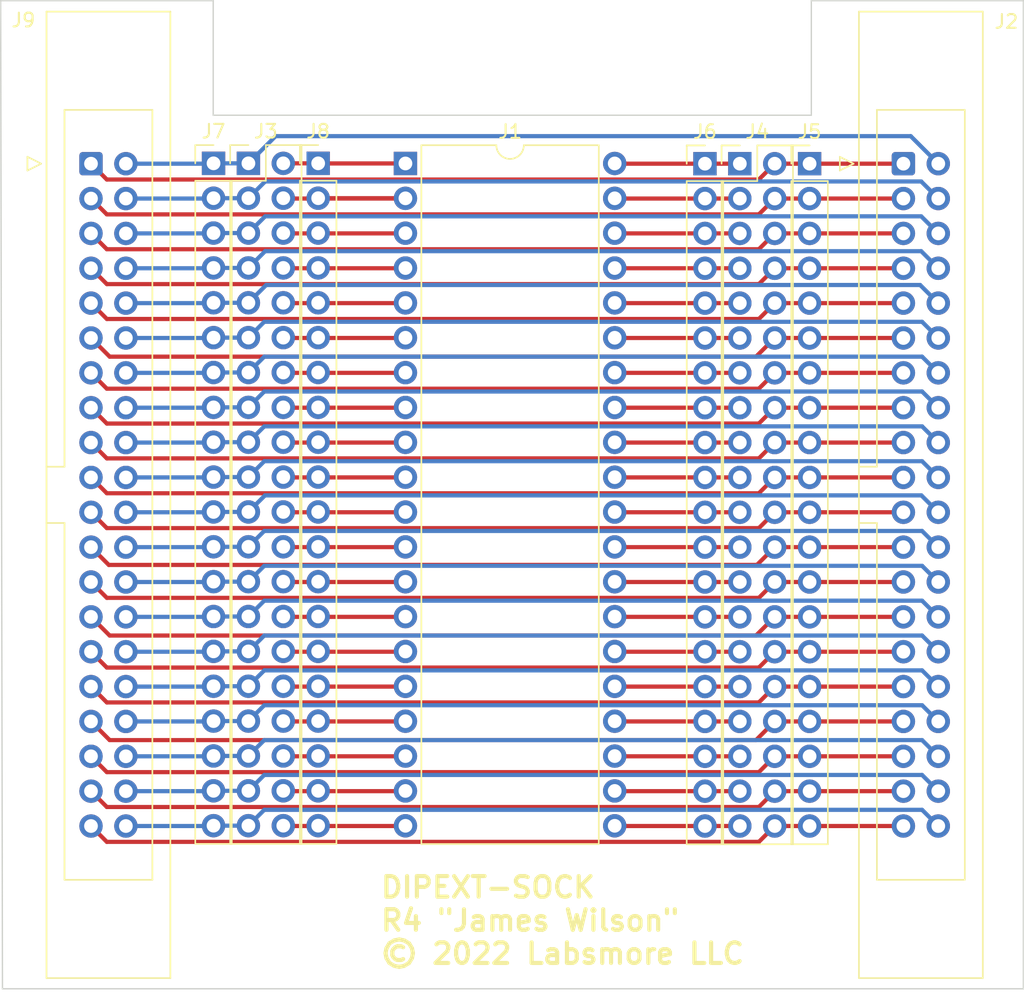
<source format=kicad_pcb>
(kicad_pcb (version 20211014) (generator pcbnew)
  (layers (0 "F.Cu" signal) (31 "B.Cu" signal) (34 "B.Paste" user) (35 "F.Paste" user) (36 "B.SilkS" user "B.Silkscreen") (37 "F.SilkS" user "F.Silkscreen") (38 "B.Mask" user) (39 "F.Mask" user) (44 "Edge.Cuts" user))
  (net 0 "")
  (net 1 "/P1")
  (net 2 "/P21")
  (net 3 "/P2")
  (net 4 "/P22")
  (net 5 "/P3")
  (net 6 "/P23")
  (net 7 "/P4")
  (net 8 "/P24")
  (net 9 "/P5")
  (net 10 "/P25")
  (net 11 "/P6")
  (net 12 "/P26")
  (net 13 "/P7")
  (net 14 "/P27")
  (net 15 "/P8")
  (net 16 "/P28")
  (net 17 "/P9")
  (net 18 "/P29")
  (net 19 "/P10")
  (net 20 "/P30")
  (net 21 "/P11")
  (net 22 "/P31")
  (net 23 "/P12")
  (net 24 "/P32")
  (net 25 "/P13")
  (net 26 "/P33")
  (net 27 "/P14")
  (net 28 "/P34")
  (net 29 "/P15")
  (net 30 "/P35")
  (net 31 "/P16")
  (net 32 "/P36")
  (net 33 "/P17")
  (net 34 "/P37")
  (net 35 "/P18")
  (net 36 "/P38")
  (net 37 "/P19")
  (net 38 "/P39")
  (net 39 "/P20")
  (net 40 "/P40")
  (net 41 "Net-(J1-Pad1)")
  (net 42 "Net-(J1-Pad21)")
  (net 43 "Net-(J1-Pad2)")
  (net 44 "Net-(J1-Pad22)")
  (net 45 "Net-(J1-Pad3)")
  (net 46 "Net-(J1-Pad23)")
  (net 47 "Net-(J1-Pad4)")
  (net 48 "Net-(J1-Pad24)")
  (net 49 "Net-(J1-Pad5)")
  (net 50 "Net-(J1-Pad25)")
  (net 51 "Net-(J1-Pad6)")
  (net 52 "Net-(J1-Pad26)")
  (net 53 "Net-(J1-Pad7)")
  (net 54 "Net-(J1-Pad27)")
  (net 55 "Net-(J1-Pad8)")
  (net 56 "Net-(J1-Pad28)")
  (net 57 "Net-(J1-Pad9)")
  (net 58 "Net-(J1-Pad29)")
  (net 59 "Net-(J1-Pad10)")
  (net 60 "Net-(J1-Pad30)")
  (net 61 "Net-(J1-Pad11)")
  (net 62 "Net-(J1-Pad31)")
  (net 63 "Net-(J1-Pad12)")
  (net 64 "Net-(J1-Pad32)")
  (net 65 "Net-(J1-Pad13)")
  (net 66 "Net-(J1-Pad33)")
  (net 67 "Net-(J1-Pad14)")
  (net 68 "Net-(J1-Pad34)")
  (net 69 "Net-(J1-Pad15)")
  (net 70 "Net-(J1-Pad35)")
  (net 71 "Net-(J1-Pad16)")
  (net 72 "Net-(J1-Pad36)")
  (net 73 "Net-(J1-Pad17)")
  (net 74 "Net-(J1-Pad37)")
  (net 75 "Net-(J1-Pad18)")
  (net 76 "Net-(J1-Pad38)")
  (net 77 "Net-(J1-Pad19)")
  (net 78 "Net-(J1-Pad39)")
  (net 79 "Net-(J1-Pad20)")
  (net 80 "Net-(J1-Pad40)")
  (footprint "mylib:mydip40" (layer "F.Cu") (at 73.37 102.32)
    (fp_text reference "J1")
    (fp_text value "ZIF")
  )
  (footprint "Connector_IDC:IDC-Header_2x20_P2.54mm_Latch_Vertical" (layer "F.Cu") (at 93.065599 46.456601)
    (fp_text reference "J2")
    (fp_text value "IDC40")
  )
  (footprint "Pin_Headers:Pin_Header_Straight_2x20_Pitch2.54mm" (layer "F.Cu") (at 45.364399 46.431201)
    (fp_text reference "J3")
    (fp_text value "Conn_02x20_Odd_Even")
  )
  (footprint "Pin_Headers:Pin_Header_Straight_2x20_Pitch2.54mm" (layer "F.Cu") (at 81.152999 46.456601)
    (fp_text reference "J4")
    (fp_text value "Conn_02x20_Odd_Even")
  )
  (footprint "Connector_PinHeader_2.54mm:PinHeader_1x20_P2.54mm_Vertical" (layer "F.Cu") (at 50.444199 46.431201)
    (fp_text reference "J8")
    (fp_text value "01x20")
  )
  (footprint "Connector_PinHeader_2.54mm:PinHeader_1x20_P2.54mm_Vertical" (layer "F.Cu") (at 78.613399 46.456601)
    (fp_text reference "J6")
    (fp_text value "01x20")
  )
  (footprint "Connector_IDC:IDC-Header_2x20_P2.54mm_Latch_Vertical" (layer "F.Cu") (at 33.9 46.456601)
    (fp_text reference "J9")
    (fp_text value "IDC40")
  )
  (footprint "Connector_PinHeader_2.54mm:PinHeader_1x20_P2.54mm_Vertical" (layer "F.Cu") (at 42.824399 46.431201)
    (fp_text reference "J7")
    (fp_text value "01x20")
  )
  (footprint "Connector_PinHeader_2.54mm:PinHeader_1x20_P2.54mm_Vertical" (layer "F.Cu") (at 86.232599 46.456601)
    (fp_text reference "J5")
    (fp_text value "01x20")
  )
  (gr_line (start 42.8 42.926) (end 42.8 34.58) (layer "Edge.Cuts") (width 0.1))
  (gr_line (start 86.36 34.58) (end 101.8 34.58) (layer "Edge.Cuts") (width 0.1))
  (gr_line (start 86.36 42.926) (end 86.36 34.58) (layer "Edge.Cuts") (width 0.1))
  (gr_line (start 27.323 34.58) (end 27.453 106.576) (layer "Edge.Cuts") (width 0.1))
  (gr_line (start 42.8 42.926) (end 86.36 42.926) (layer "Edge.Cuts") (width 0.1))
  (gr_line (start 101.8 106.576) (end 27.453 106.576) (layer "Edge.Cuts") (width 0.1))
  (gr_line (start 101.8 106.576) (end 101.8 34.58) (layer "Edge.Cuts") (width 0.1))
  (gr_line (start 27.323 34.58) (end 42.8 34.58) (layer "Edge.Cuts") (width 0.1))
  (gr_text "DIPEXT-SOCK\nR4 {dblquote}James Wilson{dblquote}\n© 2022 Labsmore LLC" (at 54.864 101.6) (layer "F.SilkS") (effects (font (size 1.5 1.5) (thickness 0.3)) (justify left)))
  (segment (start 42.824399 46.431201) (end 45.364399 46.431201) (width 0.3048) (layer "B.Cu") (net 1))
  (segment (start 93.598998 44.45) (end 47.3456 44.45) (width 0.3048) (layer "B.Cu") (net 1))
  (segment (start 47.3456 44.45) (end 45.364399 46.431201) (width 0.3048) (layer "B.Cu") (net 1))
  (segment (start 42.798999 46.456601) (end 42.824399 46.431201) (width 0.3048) (layer "B.Cu") (net 1))
  (segment (start 95.605599 46.456601) (end 93.598998 44.45) (width 0.3048) (layer "B.Cu") (net 1))
  (segment (start 36.44 46.456601) (end 42.798999 46.456601) (width 0.3048) (layer "B.Cu") (net 1))
  (segment (start 83.692999 94.716601) (end 93.065599 94.716601) (width 0.3048) (layer "F.Cu") (net 2))
  (segment (start 82.538688 95.870912) (end 83.692999 94.716601) (width 0.3048) (layer "F.Cu") (net 2))
  (segment (start 35.054311 95.870912) (end 82.538688 95.870912) (width 0.3048) (layer "F.Cu") (net 2))
  (segment (start 33.9 94.716601) (end 35.054311 95.870912) (width 0.3048) (layer "F.Cu") (net 2))
  (segment (start 42.798999 48.996601) (end 42.824399 48.971201) (width 0.3048) (layer "B.Cu") (net 3))
  (segment (start 46.583599 47.752001) (end 45.364399 48.971201) (width 0.3048) (layer "B.Cu") (net 3))
  (segment (start 94.360999 47.752001) (end 46.583599 47.752001) (width 0.3048) (layer "B.Cu") (net 3))
  (segment (start 42.824399 48.971201) (end 45.364399 48.971201) (width 0.3048) (layer "B.Cu") (net 3))
  (segment (start 94.360999 47.752001) (end 95.605599 48.996601) (width 0.3048) (layer "B.Cu") (net 3))
  (segment (start 36.44 48.996601) (end 42.798999 48.996601) (width 0.3048) (layer "B.Cu") (net 3))
  (segment (start 82.538688 93.330912) (end 83.692999 92.176601) (width 0.3048) (layer "F.Cu") (net 4))
  (segment (start 35.054311 93.330912) (end 82.538688 93.330912) (width 0.3048) (layer "F.Cu") (net 4))
  (segment (start 83.692999 92.176601) (end 93.065599 92.176601) (width 0.3048) (layer "F.Cu") (net 4))
  (segment (start 33.9 92.176601) (end 35.054311 93.330912) (width 0.3048) (layer "F.Cu") (net 4))
  (segment (start 42.798999 51.536601) (end 42.824399 51.511201) (width 0.3048) (layer "B.Cu") (net 5))
  (segment (start 36.44 51.536601) (end 42.798999 51.536601) (width 0.3048) (layer "B.Cu") (net 5))
  (segment (start 42.824399 51.511201) (end 45.364399 51.511201) (width 0.3048) (layer "B.Cu") (net 5))
  (segment (start 46.583599 50.292001) (end 45.364399 51.511201) (width 0.3048) (layer "B.Cu") (net 5))
  (segment (start 94.360999 50.292001) (end 46.583599 50.292001) (width 0.3048) (layer "B.Cu") (net 5))
  (segment (start 95.605599 51.536601) (end 94.360999 50.292001) (width 0.3048) (layer "B.Cu") (net 5))
  (segment (start 33.9 89.636601) (end 35.054311 90.790912) (width 0.3048) (layer "F.Cu") (net 6))
  (segment (start 82.538688 90.790912) (end 83.692999 89.636601) (width 0.3048) (layer "F.Cu") (net 6))
  (segment (start 83.692999 89.636601) (end 93.065599 89.636601) (width 0.3048) (layer "F.Cu") (net 6))
  (segment (start 35.054311 90.790912) (end 82.538688 90.790912) (width 0.3048) (layer "F.Cu") (net 6))
  (segment (start 42.824399 54.051201) (end 45.364399 54.051201) (width 0.3048) (layer "B.Cu") (net 7))
  (segment (start 36.44 54.076601) (end 42.798999 54.076601) (width 0.3048) (layer "B.Cu") (net 7))
  (segment (start 42.798999 54.076601) (end 42.824399 54.051201) (width 0.3048) (layer "B.Cu") (net 7))
  (segment (start 46.583599 52.832001) (end 45.364399 54.051201) (width 0.3048) (layer "B.Cu") (net 7))
  (segment (start 95.605599 54.076601) (end 94.360999 52.832001) (width 0.3048) (layer "B.Cu") (net 7))
  (segment (start 94.360999 52.832001) (end 46.583599 52.832001) (width 0.3048) (layer "B.Cu") (net 7))
  (segment (start 82.33271 88.45689) (end 83.692999 87.096601) (width 0.3048) (layer "F.Cu") (net 8))
  (segment (start 33.9 87.096601) (end 35.260289 88.45689) (width 0.3048) (layer "F.Cu") (net 8))
  (segment (start 83.692999 87.096601) (end 93.065599 87.096601) (width 0.3048) (layer "F.Cu") (net 8))
  (segment (start 35.260289 88.45689) (end 82.33271 88.45689) (width 0.3048) (layer "F.Cu") (net 8))
  (segment (start 94.284799 55.295801) (end 46.659799 55.295801) (width 0.3048) (layer "B.Cu") (net 9))
  (segment (start 36.44 56.616601) (end 42.798999 56.616601) (width 0.3048) (layer "B.Cu") (net 9))
  (segment (start 42.798999 56.616601) (end 42.824399 56.591201) (width 0.3048) (layer "B.Cu") (net 9))
  (segment (start 46.659799 55.295801) (end 45.364399 56.591201) (width 0.3048) (layer "B.Cu") (net 9))
  (segment (start 95.605599 56.616601) (end 94.284799 55.295801) (width 0.3048) (layer "B.Cu") (net 9))
  (segment (start 42.824399 56.591201) (end 45.364399 56.591201) (width 0.3048) (layer "B.Cu") (net 9))
  (segment (start 35.054311 85.710912) (end 82.538688 85.710912) (width 0.3048) (layer "F.Cu") (net 10))
  (segment (start 82.538688 85.710912) (end 83.692999 84.556601) (width 0.3048) (layer "F.Cu") (net 10))
  (segment (start 83.692999 84.556601) (end 93.065599 84.556601) (width 0.3048) (layer "F.Cu") (net 10))
  (segment (start 33.9 84.556601) (end 35.054311 85.710912) (width 0.3048) (layer "F.Cu") (net 10))
  (segment (start 42.824399 59.131201) (end 45.364399 59.131201) (width 0.3048) (layer "B.Cu") (net 11))
  (segment (start 95.605599 59.156601) (end 94.425398 57.9764) (width 0.3048) (layer "B.Cu") (net 11))
  (segment (start 42.798999 59.156601) (end 42.824399 59.131201) (width 0.3048) (layer "B.Cu") (net 11))
  (segment (start 46.5192 57.9764) (end 45.364399 59.131201) (width 0.3048) (layer "B.Cu") (net 11))
  (segment (start 36.44 59.156601) (end 42.798999 59.156601) (width 0.3048) (layer "B.Cu") (net 11))
  (segment (start 94.425398 57.9764) (end 46.5192 57.9764) (width 0.3048) (layer "B.Cu") (net 11))
  (segment (start 33.9 82.016601) (end 35.054311 83.170912) (width 0.3048) (layer "F.Cu") (net 12))
  (segment (start 35.054311 83.170912) (end 82.538688 83.170912) (width 0.3048) (layer "F.Cu") (net 12))
  (segment (start 82.538688 83.170912) (end 83.692999 82.016601) (width 0.3048) (layer "F.Cu") (net 12))
  (segment (start 83.692999 82.016601) (end 93.065599 82.016601) (width 0.3048) (layer "F.Cu") (net 12))
  (segment (start 46.5192 60.5164) (end 45.364399 61.671201) (width 0.3048) (layer "B.Cu") (net 13))
  (segment (start 95.605599 61.696601) (end 94.425398 60.5164) (width 0.3048) (layer "B.Cu") (net 13))
  (segment (start 42.798999 61.696601) (end 42.824399 61.671201) (width 0.3048) (layer "B.Cu") (net 13))
  (segment (start 36.44 61.696601) (end 42.798999 61.696601) (width 0.3048) (layer "B.Cu") (net 13))
  (segment (start 42.824399 61.671201) (end 45.364399 61.671201) (width 0.3048) (layer "B.Cu") (net 13))
  (segment (start 94.425398 60.5164) (end 46.5192 60.5164) (width 0.3048) (layer "B.Cu") (net 13))
  (segment (start 33.9 79.476601) (end 35.260289 80.83689) (width 0.3048) (layer "F.Cu") (net 14))
  (segment (start 83.692999 79.476601) (end 93.065599 79.476601) (width 0.3048) (layer "F.Cu") (net 14))
  (segment (start 35.260289 80.83689) (end 82.33271 80.83689) (width 0.3048) (layer "F.Cu") (net 14))
  (segment (start 82.33271 80.83689) (end 83.692999 79.476601) (width 0.3048) (layer "F.Cu") (net 14))
  (segment (start 42.798999 64.236601) (end 42.824399 64.211201) (width 0.3048) (layer "B.Cu") (net 15))
  (segment (start 46.5192 63.0564) (end 45.364399 64.211201) (width 0.3048) (layer "B.Cu") (net 15))
  (segment (start 95.605599 64.236601) (end 94.425398 63.0564) (width 0.3048) (layer "B.Cu") (net 15))
  (segment (start 42.824399 64.211201) (end 45.364399 64.211201) (width 0.3048) (layer "B.Cu") (net 15))
  (segment (start 36.44 64.236601) (end 42.798999 64.236601) (width 0.3048) (layer "B.Cu") (net 15))
  (segment (start 94.425398 63.0564) (end 46.5192 63.0564) (width 0.3048) (layer "B.Cu") (net 15))
  (segment (start 82.538688 78.090912) (end 83.692999 76.936601) (width 0.3048) (layer "F.Cu") (net 16))
  (segment (start 35.054311 78.090912) (end 82.538688 78.090912) (width 0.3048) (layer "F.Cu") (net 16))
  (segment (start 33.9 76.936601) (end 35.054311 78.090912) (width 0.3048) (layer "F.Cu") (net 16))
  (segment (start 83.692999 76.936601) (end 93.065599 76.936601) (width 0.3048) (layer "F.Cu") (net 16))
  (segment (start 95.605599 66.776601) (end 94.425398 65.5964) (width 0.3048) (layer "B.Cu") (net 17))
  (segment (start 46.5192 65.5964) (end 45.364399 66.751201) (width 0.3048) (layer "B.Cu") (net 17))
  (segment (start 42.824399 66.751201) (end 45.364399 66.751201) (width 0.3048) (layer "B.Cu") (net 17))
  (segment (start 94.425398 65.5964) (end 46.5192 65.5964) (width 0.3048) (layer "B.Cu") (net 17))
  (segment (start 36.44 66.776601) (end 42.798999 66.776601) (width 0.3048) (layer "B.Cu") (net 17))
  (segment (start 42.798999 66.776601) (end 42.824399 66.751201) (width 0.3048) (layer "B.Cu") (net 17))
  (segment (start 83.692999 74.396601) (end 93.065599 74.396601) (width 0.3048) (layer "F.Cu") (net 18))
  (segment (start 82.3976 75.692) (end 83.692999 74.396601) (width 0.3048) (layer "F.Cu") (net 18))
  (segment (start 35.195399 75.692) (end 82.3976 75.692) (width 0.3048) (layer "F.Cu") (net 18))
  (segment (start 33.9 74.396601) (end 35.195399 75.692) (width 0.3048) (layer "F.Cu") (net 18))
  (segment (start 36.44 69.316601) (end 42.798999 69.316601) (width 0.3048) (layer "B.Cu") (net 19))
  (segment (start 42.824399 69.291201) (end 45.364399 69.291201) (width 0.3048) (layer "B.Cu") (net 19))
  (segment (start 46.5192 68.1364) (end 45.364399 69.291201) (width 0.3048) (layer "B.Cu") (net 19))
  (segment (start 42.798999 69.316601) (end 42.824399 69.291201) (width 0.3048) (layer "B.Cu") (net 19))
  (segment (start 94.425398 68.1364) (end 46.5192 68.1364) (width 0.3048) (layer "B.Cu") (net 19))
  (segment (start 95.605599 69.316601) (end 94.425398 68.1364) (width 0.3048) (layer "B.Cu") (net 19))
  (segment (start 33.9 71.856601) (end 35.054311 73.010912) (width 0.3048) (layer "F.Cu") (net 20))
  (segment (start 83.692999 71.856601) (end 93.065599 71.856601) (width 0.3048) (layer "F.Cu") (net 20))
  (segment (start 35.054311 73.010912) (end 82.538688 73.010912) (width 0.3048) (layer "F.Cu") (net 20))
  (segment (start 82.538688 73.010912) (end 83.692999 71.856601) (width 0.3048) (layer "F.Cu") (net 20))
  (segment (start 46.5706 70.625) (end 45.364399 71.831201) (width 0.3048) (layer "B.Cu") (net 21))
  (segment (start 95.605599 71.856601) (end 94.373998 70.625) (width 0.3048) (layer "B.Cu") (net 21))
  (segment (start 42.824399 71.831201) (end 45.364399 71.831201) (width 0.3048) (layer "B.Cu") (net 21))
  (segment (start 42.798999 71.856601) (end 42.824399 71.831201) (width 0.3048) (layer "B.Cu") (net 21))
  (segment (start 36.44 71.856601) (end 42.798999 71.856601) (width 0.3048) (layer "B.Cu") (net 21))
  (segment (start 94.373998 70.625) (end 46.5706 70.625) (width 0.3048) (layer "B.Cu") (net 21))
  (segment (start 33.9 69.316601) (end 35.054311 70.470912) (width 0.3048) (layer "F.Cu") (net 22))
  (segment (start 35.054311 70.470912) (end 82.538688 70.470912) (width 0.3048) (layer "F.Cu") (net 22))
  (segment (start 83.692999 69.316601) (end 93.065599 69.316601) (width 0.3048) (layer "F.Cu") (net 22))
  (segment (start 82.538688 70.470912) (end 83.692999 69.316601) (width 0.3048) (layer "F.Cu") (net 22))
  (segment (start 42.798999 74.396601) (end 42.824399 74.371201) (width 0.3048) (layer "B.Cu") (net 23))
  (segment (start 42.824399 74.371201) (end 45.364399 74.371201) (width 0.3048) (layer "B.Cu") (net 23))
  (segment (start 46.5192 73.2164) (end 45.364399 74.371201) (width 0.3048) (layer "B.Cu") (net 23))
  (segment (start 36.44 74.396601) (end 42.798999 74.396601) (width 0.3048) (layer "B.Cu") (net 23))
  (segment (start 94.425398 73.2164) (end 46.5192 73.2164) (width 0.3048) (layer "B.Cu") (net 23))
  (segment (start 95.605599 74.396601) (end 94.425398 73.2164) (width 0.3048) (layer "B.Cu") (net 23))
  (segment (start 35.054311 67.930912) (end 82.538688 67.930912) (width 0.3048) (layer "F.Cu") (net 24))
  (segment (start 83.692999 66.776601) (end 93.065599 66.776601) (width 0.3048) (layer "F.Cu") (net 24))
  (segment (start 33.9 66.776601) (end 35.054311 67.930912) (width 0.3048) (layer "F.Cu") (net 24))
  (segment (start 82.538688 67.930912) (end 83.692999 66.776601) (width 0.3048) (layer "F.Cu") (net 24))
  (segment (start 46.5192 75.7564) (end 45.364399 76.911201) (width 0.3048) (layer "B.Cu") (net 25))
  (segment (start 42.798999 76.936601) (end 42.824399 76.911201) (width 0.3048) (layer "B.Cu") (net 25))
  (segment (start 36.44 76.936601) (end 42.798999 76.936601) (width 0.3048) (layer "B.Cu") (net 25))
  (segment (start 94.425398 75.7564) (end 46.5192 75.7564) (width 0.3048) (layer "B.Cu") (net 25))
  (segment (start 95.605599 76.936601) (end 94.425398 75.7564) (width 0.3048) (layer "B.Cu") (net 25))
  (segment (start 42.824399 76.911201) (end 45.364399 76.911201) (width 0.3048) (layer "B.Cu") (net 25))
  (segment (start 83.692999 64.236601) (end 93.065599 64.236601) (width 0.3048) (layer "F.Cu") (net 26))
  (segment (start 35.054311 65.390912) (end 82.538688 65.390912) (width 0.3048) (layer "F.Cu") (net 26))
  (segment (start 33.9 64.236601) (end 35.054311 65.390912) (width 0.3048) (layer "F.Cu") (net 26))
  (segment (start 82.538688 65.390912) (end 83.692999 64.236601) (width 0.3048) (layer "F.Cu") (net 26))
  (segment (start 94.425398 78.2964) (end 46.5192 78.2964) (width 0.3048) (layer "B.Cu") (net 27))
  (segment (start 36.44 79.476601) (end 42.798999 79.476601) (width 0.3048) (layer "B.Cu") (net 27))
  (segment (start 95.605599 79.476601) (end 94.425398 78.2964) (width 0.3048) (layer "B.Cu") (net 27))
  (segment (start 42.824399 79.451201) (end 45.364399 79.451201) (width 0.3048) (layer "B.Cu") (net 27))
  (segment (start 46.5192 78.2964) (end 45.364399 79.451201) (width 0.3048) (layer "B.Cu") (net 27))
  (segment (start 42.798999 79.476601) (end 42.824399 79.451201) (width 0.3048) (layer "B.Cu") (net 27))
  (segment (start 82.538688 62.850912) (end 83.692999 61.696601) (width 0.3048) (layer "F.Cu") (net 28))
  (segment (start 83.692999 61.696601) (end 93.065599 61.696601) (width 0.3048) (layer "F.Cu") (net 28))
  (segment (start 35.054311 62.850912) (end 82.538688 62.850912) (width 0.3048) (layer "F.Cu") (net 28))
  (segment (start 33.9 61.696601) (end 35.054311 62.850912) (width 0.3048) (layer "F.Cu") (net 28))
  (segment (start 42.798999 82.016601) (end 42.824399 81.991201) (width 0.3048) (layer "B.Cu") (net 29))
  (segment (start 95.605599 82.016601) (end 94.425398 80.8364) (width 0.3048) (layer "B.Cu") (net 29))
  (segment (start 94.425398 80.8364) (end 46.5192 80.8364) (width 0.3048) (layer "B.Cu") (net 29))
  (segment (start 46.5192 80.8364) (end 45.364399 81.991201) (width 0.3048) (layer "B.Cu") (net 29))
  (segment (start 42.824399 81.991201) (end 45.364399 81.991201) (width 0.3048) (layer "B.Cu") (net 29))
  (segment (start 36.44 82.016601) (end 42.798999 82.016601) (width 0.3048) (layer "B.Cu") (net 29))
  (segment (start 83.692999 59.156601) (end 93.065599 59.156601) (width 0.3048) (layer "F.Cu") (net 30))
  (segment (start 33.9 59.156601) (end 35.260289 60.51689) (width 0.3048) (layer "F.Cu") (net 30))
  (segment (start 82.33271 60.51689) (end 83.692999 59.156601) (width 0.3048) (layer "F.Cu") (net 30))
  (segment (start 35.260289 60.51689) (end 82.33271 60.51689) (width 0.3048) (layer "F.Cu") (net 30))
  (segment (start 42.824399 84.531201) (end 45.364399 84.531201) (width 0.3048) (layer "B.Cu") (net 31))
  (segment (start 36.44 84.556601) (end 42.798999 84.556601) (width 0.3048) (layer "B.Cu") (net 31))
  (segment (start 46.5192 83.3764) (end 45.364399 84.531201) (width 0.3048) (layer "B.Cu") (net 31))
  (segment (start 95.605599 84.556601) (end 94.425398 83.3764) (width 0.3048) (layer "B.Cu") (net 31))
  (segment (start 42.798999 84.556601) (end 42.824399 84.531201) (width 0.3048) (layer "B.Cu") (net 31))
  (segment (start 94.425398 83.3764) (end 46.5192 83.3764) (width 0.3048) (layer "B.Cu") (net 31))
  (segment (start 35.054311 57.770912) (end 82.538688 57.770912) (width 0.3048) (layer "F.Cu") (net 32))
  (segment (start 83.692999 56.616601) (end 93.065599 56.616601) (width 0.3048) (layer "F.Cu") (net 32))
  (segment (start 82.538688 57.770912) (end 83.692999 56.616601) (width 0.3048) (layer "F.Cu") (net 32))
  (segment (start 33.9 56.616601) (end 35.054311 57.770912) (width 0.3048) (layer "F.Cu") (net 32))
  (segment (start 42.824399 87.071201) (end 45.364399 87.071201) (width 0.3048) (layer "B.Cu") (net 33))
  (segment (start 94.425398 85.9164) (end 46.5192 85.9164) (width 0.3048) (layer "B.Cu") (net 33))
  (segment (start 36.44 87.096601) (end 42.798999 87.096601) (width 0.3048) (layer "B.Cu") (net 33))
  (segment (start 42.798999 87.096601) (end 42.824399 87.071201) (width 0.3048) (layer "B.Cu") (net 33))
  (segment (start 46.5192 85.9164) (end 45.364399 87.071201) (width 0.3048) (layer "B.Cu") (net 33))
  (segment (start 95.605599 87.096601) (end 94.425398 85.9164) (width 0.3048) (layer "B.Cu") (net 33))
  (segment (start 82.538688 55.230912) (end 83.692999 54.076601) (width 0.3048) (layer "F.Cu") (net 34))
  (segment (start 33.9 54.076601) (end 35.054311 55.230912) (width 0.3048) (layer "F.Cu") (net 34))
  (segment (start 83.692999 54.076601) (end 93.065599 54.076601) (width 0.3048) (layer "F.Cu") (net 34))
  (segment (start 35.054311 55.230912) (end 82.538688 55.230912) (width 0.3048) (layer "F.Cu") (net 34))
  (segment (start 36.44 89.636601) (end 42.798999 89.636601) (width 0.3048) (layer "B.Cu") (net 35))
  (segment (start 42.798999 89.636601) (end 42.824399 89.611201) (width 0.3048) (layer "B.Cu") (net 35))
  (segment (start 95.605599 89.636601) (end 94.425398 88.4564) (width 0.3048) (layer "B.Cu") (net 35))
  (segment (start 94.425398 88.4564) (end 46.5192 88.4564) (width 0.3048) (layer "B.Cu") (net 35))
  (segment (start 46.5192 88.4564) (end 45.364399 89.611201) (width 0.3048) (layer "B.Cu") (net 35))
  (segment (start 42.824399 89.611201) (end 45.364399 89.611201) (width 0.3048) (layer "B.Cu") (net 35))
  (segment (start 35.054311 52.690912) (end 82.538688 52.690912) (width 0.3048) (layer "F.Cu") (net 36))
  (segment (start 82.538688 52.690912) (end 83.692999 51.536601) (width 0.3048) (layer "F.Cu") (net 36))
  (segment (start 33.9 51.536601) (end 35.054311 52.690912) (width 0.3048) (layer "F.Cu") (net 36))
  (segment (start 83.692999 51.536601) (end 93.065599 51.536601) (width 0.3048) (layer "F.Cu") (net 36))
  (segment (start 42.798999 92.176601) (end 42.824399 92.151201) (width 0.3048) (layer "B.Cu") (net 37))
  (segment (start 94.425398 90.9964) (end 46.5192 90.9964) (width 0.3048) (layer "B.Cu") (net 37))
  (segment (start 95.605599 92.176601) (end 94.425398 90.9964) (width 0.3048) (layer "B.Cu") (net 37))
  (segment (start 36.44 92.176601) (end 42.798999 92.176601) (width 0.3048) (layer "B.Cu") (net 37))
  (segment (start 46.5192 90.9964) (end 45.364399 92.151201) (width 0.3048) (layer "B.Cu") (net 37))
  (segment (start 42.824399 92.151201) (end 45.364399 92.151201) (width 0.3048) (layer "B.Cu") (net 37))
  (segment (start 35.054311 50.150912) (end 82.538688 50.150912) (width 0.3048) (layer "F.Cu") (net 38))
  (segment (start 83.692999 48.996601) (end 93.065599 48.996601) (width 0.3048) (layer "F.Cu") (net 38))
  (segment (start 33.9 48.996601) (end 35.054311 50.150912) (width 0.3048) (layer "F.Cu") (net 38))
  (segment (start 82.538688 50.150912) (end 83.692999 48.996601) (width 0.3048) (layer "F.Cu") (net 38))
  (segment (start 46.5192 93.5364) (end 45.364399 94.691201) (width 0.3048) (layer "B.Cu") (net 39))
  (segment (start 42.798999 94.716601) (end 42.824399 94.691201) (width 0.3048) (layer "B.Cu") (net 39))
  (segment (start 94.425398 93.5364) (end 46.5192 93.5364) (width 0.3048) (layer "B.Cu") (net 39))
  (segment (start 36.44 94.716601) (end 42.798999 94.716601) (width 0.3048) (layer "B.Cu") (net 39))
  (segment (start 42.824399 94.691201) (end 45.364399 94.691201) (width 0.3048) (layer "B.Cu") (net 39))
  (segment (start 95.605599 94.716601) (end 94.425398 93.5364) (width 0.3048) (layer "B.Cu") (net 39))
  (segment (start 33.9 46.456601) (end 35.054311 47.610912) (width 0.3048) (layer "F.Cu") (net 40))
  (segment (start 82.538688 47.610912) (end 83.692999 46.456601) (width 0.3048) (layer "F.Cu") (net 40))
  (segment (start 83.692999 46.456601) (end 93.065599 46.456601) (width 0.3048) (layer "F.Cu") (net 40))
  (segment (start 35.054311 47.610912) (end 82.538688 47.610912) (width 0.3048) (layer "F.Cu") (net 40))
  (segment (start 56.8 46.44) (end 50.452998 46.44) (width 0.3048) (layer "F.Cu") (net 41))
  (segment (start 50.452998 46.44) (end 50.444199 46.431201) (width 0.3048) (layer "F.Cu") (net 41))
  (segment (start 50.444199 46.431201) (end 47.904399 46.431201) (width 0.3048) (layer "F.Cu") (net 41))
  (segment (start 72.135999 94.691201) (end 72.161399 94.716601) (width 0.3048) (layer "F.Cu") (net 42))
  (segment (start 72.161399 94.716601) (end 81.152999 94.716601) (width 0.3048) (layer "F.Cu") (net 42))
  (segment (start 50.444199 48.971201) (end 56.791201 48.971201) (width 0.3048) (layer "F.Cu") (net 43))
  (segment (start 56.791201 48.971201) (end 56.8 48.98) (width 0.3048) (layer "F.Cu") (net 43))
  (segment (start 47.929799 48.996601) (end 56.870599 48.996601) (width 0.3048) (layer "F.Cu") (net 43))
  (segment (start 47.904399 48.971201) (end 47.929799 48.996601) (width 0.3048) (layer "F.Cu") (net 43))
  (segment (start 72.135999 92.151201) (end 72.161399 92.176601) (width 0.3048) (layer "F.Cu") (net 44))
  (segment (start 72.161399 92.176601) (end 81.152999 92.176601) (width 0.3048) (layer "F.Cu") (net 44))
  (segment (start 47.904399 51.511201) (end 47.929799 51.536601) (width 0.3048) (layer "F.Cu") (net 45))
  (segment (start 47.929799 51.536601) (end 56.870599 51.536601) (width 0.3048) (layer "F.Cu") (net 45))
  (segment (start 72.161399 89.636601) (end 81.152999 89.636601) (width 0.3048) (layer "F.Cu") (net 46))
  (segment (start 72.135999 89.611201) (end 72.161399 89.636601) (width 0.3048) (layer "F.Cu") (net 46))
  (segment (start 47.904399 54.051201) (end 47.929799 54.076601) (width 0.3048) (layer "F.Cu") (net 47))
  (segment (start 47.929799 54.076601) (end 56.870599 54.076601) (width 0.3048) (layer "F.Cu") (net 47))
  (segment (start 72.161399 87.096601) (end 81.152999 87.096601) (width 0.3048) (layer "F.Cu") (net 48))
  (segment (start 72.135999 87.071201) (end 72.161399 87.096601) (width 0.3048) (layer "F.Cu") (net 48))
  (segment (start 47.904399 56.591201) (end 47.929799 56.616601) (width 0.3048) (layer "F.Cu") (net 49))
  (segment (start 47.929799 56.616601) (end 56.870599 56.616601) (width 0.3048) (layer "F.Cu") (net 49))
  (segment (start 72.135999 84.531201) (end 72.161399 84.556601) (width 0.3048) (layer "F.Cu") (net 50))
  (segment (start 72.161399 84.556601) (end 81.152999 84.556601) (width 0.3048) (layer "F.Cu") (net 50))
  (segment (start 47.904399 59.131201) (end 47.929799 59.156601) (width 0.3048) (layer "F.Cu") (net 51))
  (segment (start 47.929799 59.156601) (end 56.870599 59.156601) (width 0.3048) (layer "F.Cu") (net 51))
  (segment (start 72.135999 81.991201) (end 72.161399 82.016601) (width 0.3048) (layer "F.Cu") (net 52))
  (segment (start 72.161399 82.016601) (end 81.152999 82.016601) (width 0.3048) (layer "F.Cu") (net 52))
  (segment (start 47.929799 61.696601) (end 56.870599 61.696601) (width 0.3048) (layer "F.Cu") (net 53))
  (segment (start 47.904399 61.671201) (end 47.929799 61.696601) (width 0.3048) (layer "F.Cu") (net 53))
  (segment (start 72.161399 79.476601) (end 81.152999 79.476601) (width 0.3048) (layer "F.Cu") (net 54))
  (segment (start 72.135999 79.451201) (end 72.161399 79.476601) (width 0.3048) (layer "F.Cu") (net 54))
  (segment (start 47.929799 64.236601) (end 56.870599 64.236601) (width 0.3048) (layer "F.Cu") (net 55))
  (segment (start 47.904399 64.211201) (end 47.929799 64.236601) (width 0.3048) (layer "F.Cu") (net 55))
  (segment (start 72.161399 76.936601) (end 81.152999 76.936601) (width 0.3048) (layer "F.Cu") (net 56))
  (segment (start 72.135999 76.911201) (end 72.161399 76.936601) (width 0.3048) (layer "F.Cu") (net 56))
  (segment (start 47.929799 66.776601) (end 56.870599 66.776601) (width 0.3048) (layer "F.Cu") (net 57))
  (segment (start 47.904399 66.751201) (end 47.929799 66.776601) (width 0.3048) (layer "F.Cu") (net 57))
  (segment (start 72.161399 74.396601) (end 81.152999 74.396601) (width 0.3048) (layer "F.Cu") (net 58))
  (segment (start 72.135999 74.371201) (end 72.161399 74.396601) (width 0.3048) (layer "F.Cu") (net 58))
  (segment (start 47.904399 69.291201) (end 47.929799 69.316601) (width 0.3048) (layer "F.Cu") (net 59))
  (segment (start 47.929799 69.316601) (end 56.870599 69.316601) (width 0.3048) (layer "F.Cu") (net 59))
  (segment (start 72.135999 71.831201) (end 72.161399 71.856601) (width 0.3048) (layer "F.Cu") (net 60))
  (segment (start 72.161399 71.856601) (end 81.152999 71.856601) (width 0.3048) (layer "F.Cu") (net 60))
  (segment (start 47.904399 71.831201) (end 47.929799 71.856601) (width 0.3048) (layer "F.Cu") (net 61))
  (segment (start 47.929799 71.856601) (end 56.870599 71.856601) (width 0.3048) (layer "F.Cu") (net 61))
  (segment (start 72.135999 69.291201) (end 72.161399 69.316601) (width 0.3048) (layer "F.Cu") (net 62))
  (segment (start 72.161399 69.316601) (end 81.152999 69.316601) (width 0.3048) (layer "F.Cu") (net 62))
  (segment (start 47.904399 74.371201) (end 47.929799 74.396601) (width 0.3048) (layer "F.Cu") (net 63))
  (segment (start 47.929799 74.396601) (end 56.870599 74.396601) (width 0.3048) (layer "F.Cu") (net 63))
  (segment (start 72.135999 66.751201) (end 72.161399 66.776601) (width 0.3048) (layer "F.Cu") (net 64))
  (segment (start 72.161399 66.776601) (end 81.152999 66.776601) (width 0.3048) (layer "F.Cu") (net 64))
  (segment (start 47.929799 76.936601) (end 56.870599 76.936601) (width 0.3048) (layer "F.Cu") (net 65))
  (segment (start 47.904399 76.911201) (end 47.929799 76.936601) (width 0.3048) (layer "F.Cu") (net 65))
  (segment (start 72.135999 64.211201) (end 72.161399 64.236601) (width 0.3048) (layer "F.Cu") (net 66))
  (segment (start 72.161399 64.236601) (end 81.152999 64.236601) (width 0.3048) (layer "F.Cu") (net 66))
  (segment (start 47.904399 79.451201) (end 47.929799 79.476601) (width 0.3048) (layer "F.Cu") (net 67))
  (segment (start 47.929799 79.476601) (end 56.870599 79.476601) (width 0.3048) (layer "F.Cu") (net 67))
  (segment (start 72.135999 61.671201) (end 72.161399 61.696601) (width 0.3048) (layer "F.Cu") (net 68))
  (segment (start 72.161399 61.696601) (end 81.152999 61.696601) (width 0.3048) (layer "F.Cu") (net 68))
  (segment (start 47.904399 81.991201) (end 47.929799 82.016601) (width 0.3048) (layer "F.Cu") (net 69))
  (segment (start 47.929799 82.016601) (end 56.870599 82.016601) (width 0.3048) (layer "F.Cu") (net 69))
  (segment (start 72.161399 59.156601) (end 81.152999 59.156601) (width 0.3048) (layer "F.Cu") (net 70))
  (segment (start 72.135999 59.131201) (end 72.161399 59.156601) (width 0.3048) (layer "F.Cu") (net 70))
  (segment (start 47.929799 84.556601) (end 56.870599 84.556601) (width 0.3048) (layer "F.Cu") (net 71))
  (segment (start 47.904399 84.531201) (end 47.929799 84.556601) (width 0.3048) (layer "F.Cu") (net 71))
  (segment (start 72.135999 56.591201) (end 72.161399 56.616601) (width 0.3048) (layer "F.Cu") (net 72))
  (segment (start 72.161399 56.616601) (end 81.152999 56.616601) (width 0.3048) (layer "F.Cu") (net 72))
  (segment (start 47.904399 87.071201) (end 47.929799 87.096601) (width 0.3048) (layer "F.Cu") (net 73))
  (segment (start 47.929799 87.096601) (end 56.870599 87.096601) (width 0.3048) (layer "F.Cu") (net 73))
  (segment (start 72.135999 54.051201) (end 72.161399 54.076601) (width 0.3048) (layer "F.Cu") (net 74))
  (segment (start 72.161399 54.076601) (end 81.152999 54.076601) (width 0.3048) (layer "F.Cu") (net 74))
  (segment (start 47.904399 89.611201) (end 47.929799 89.636601) (width 0.3048) (layer "F.Cu") (net 75))
  (segment (start 47.929799 89.636601) (end 56.870599 89.636601) (width 0.3048) (layer "F.Cu") (net 75))
  (segment (start 72.135999 51.511201) (end 72.161399 51.536601) (width 0.3048) (layer "F.Cu") (net 76))
  (segment (start 72.161399 51.536601) (end 81.152999 51.536601) (width 0.3048) (layer "F.Cu") (net 76))
  (segment (start 47.929799 92.176601) (end 56.870599 92.176601) (width 0.3048) (layer "F.Cu") (net 77))
  (segment (start 47.904399 92.151201) (end 47.929799 92.176601) (width 0.3048) (layer "F.Cu") (net 77))
  (segment (start 72.135999 48.971201) (end 72.161399 48.996601) (width 0.3048) (layer "F.Cu") (net 78))
  (segment (start 72.161399 48.996601) (end 81.152999 48.996601) (width 0.3048) (layer "F.Cu") (net 78))
  (segment (start 47.904399 94.691201) (end 47.929799 94.716601) (width 0.3048) (layer "F.Cu") (net 79))
  (segment (start 47.929799 94.716601) (end 56.870599 94.716601) (width 0.3048) (layer "F.Cu") (net 79))
  (segment (start 72.161399 46.456601) (end 81.152999 46.456601) (width 0.3048) (layer "F.Cu") (net 80))
  (segment (start 72.135999 46.431201) (end 72.161399 46.456601) (width 0.3048) (layer "F.Cu") (net 80))
)
</source>
